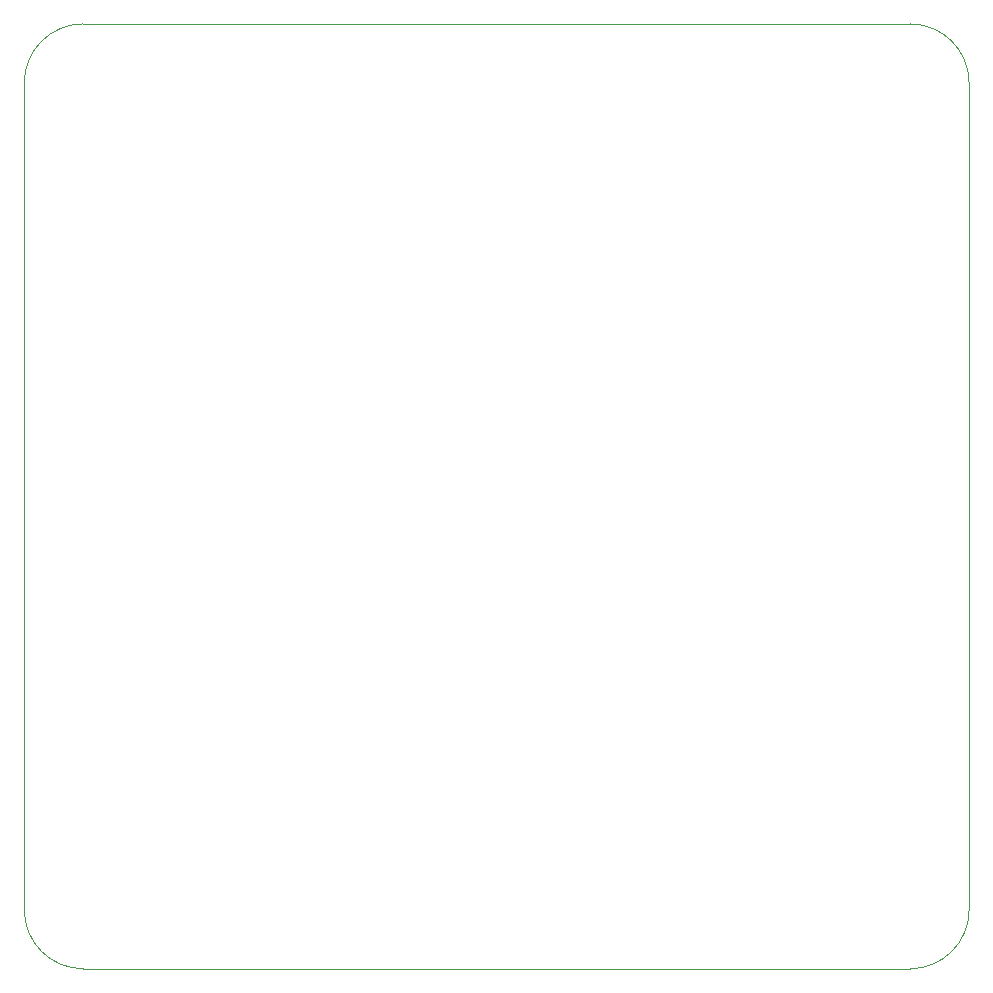
<source format=gm1>
G04 #@! TF.GenerationSoftware,KiCad,Pcbnew,6.0.10-86aedd382b~118~ubuntu22.04.1*
G04 #@! TF.CreationDate,2023-04-18T16:49:58-04:00*
G04 #@! TF.ProjectId,firstfpga-clock,66697273-7466-4706-9761-2d636c6f636b,rev?*
G04 #@! TF.SameCoordinates,Original*
G04 #@! TF.FileFunction,Profile,NP*
%FSLAX46Y46*%
G04 Gerber Fmt 4.6, Leading zero omitted, Abs format (unit mm)*
G04 Created by KiCad (PCBNEW 6.0.10-86aedd382b~118~ubuntu22.04.1) date 2023-04-18 16:49:58*
%MOMM*%
%LPD*%
G01*
G04 APERTURE LIST*
G04 #@! TA.AperFunction,Profile*
%ADD10C,0.100000*%
G04 #@! TD*
G04 APERTURE END LIST*
D10*
X160000000Y-35000000D02*
G75*
G03*
X155000000Y-40000000I0J-5000000D01*
G01*
X230000000Y-115000000D02*
X160000000Y-115000000D01*
X235000000Y-40000000D02*
X235000000Y-110000000D01*
X160000000Y-35000000D02*
X230000000Y-35000000D01*
X155000000Y-40000000D02*
X155000000Y-110000000D01*
X235000000Y-40000000D02*
G75*
G03*
X230000000Y-35000000I-5000000J0D01*
G01*
X230000000Y-115000000D02*
G75*
G03*
X235000000Y-110000000I0J5000000D01*
G01*
X155000000Y-110000000D02*
G75*
G03*
X160000000Y-115000000I5000000J0D01*
G01*
M02*

</source>
